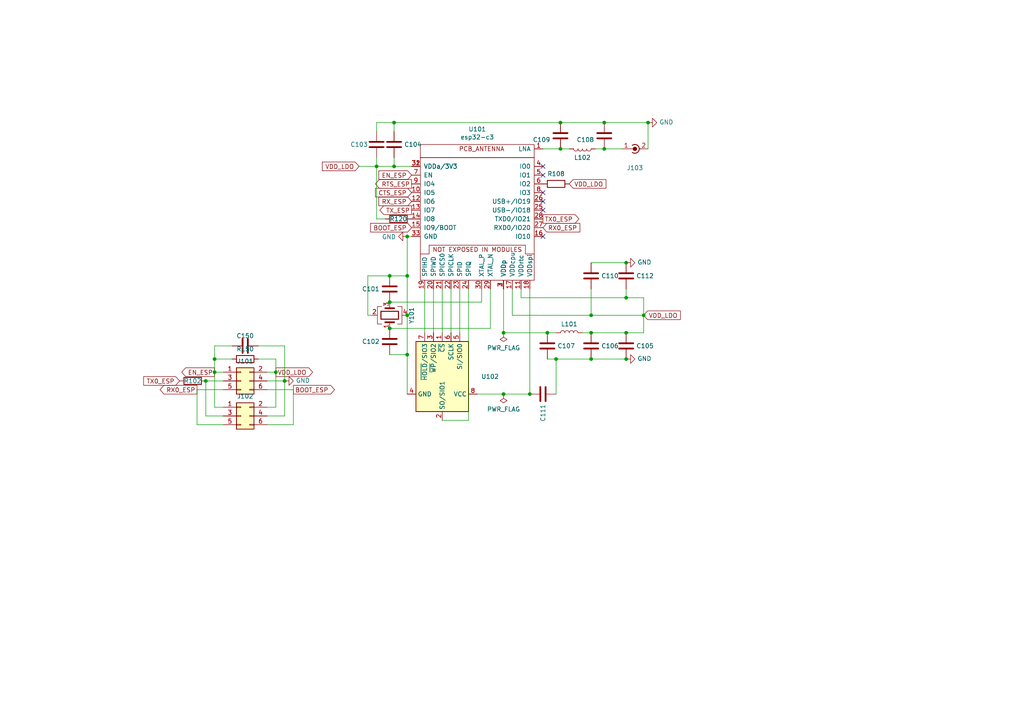
<source format=kicad_sch>
(kicad_sch (version 20211123) (generator eeschema)
  (paper "A4")
  (lib_symbols
    (symbol "Connector:Conn_Coaxial_Power" (pin_names (offset 1.016) hide)
      (property "Reference" "J" (at -5.08 -1.27 90))
      (property "Value" "Conn_Coaxial_Power" (at -3.175 -1.27 90))
      (symbol "Conn_Coaxial_Power_0_1"
        (arc (start -1.27 -1.27) (mid 0 -2.54) (end 1.27 -1.27) (stroke (width 0.254)))
        (arc (start -1.016 -0.508) (mid -1.2048 -0.8684) (end -1.27 -1.27) (stroke (width 0.254)))
        (circle (center 0 -1.27) (radius 0.508) (stroke (width 0.2032)) (fill (type outline)))
        (polyline (pts (xy 0 -2.54) (xy 0 -3.048)))
        (polyline (pts (xy 0 0) (xy 0 -1.27)))
        (arc (start 1.27 -1.27) (mid 1.2048 -0.8684) (end 1.016 -0.508) (stroke (width 0.254)))
      )
      (symbol "Conn_Coaxial_Power_1_1"
        (pin passive line (at 0 2.54 270) (length 2.54) (name "In") (number "1"))
        (pin passive line (at 0 -5.08 90) (length 2.54) (name "Ext") (number "2"))
      )
    )
    (symbol "Connector_Generic:Conn_02x03_Odd_Even" (pin_names (offset 1.016) hide)
      (property "Reference" "J" (at 1.27 5.08 0))
      (property "Value" "Conn_02x03_Odd_Even" (at 1.27 -5.08 0))
      (symbol "Conn_02x03_Odd_Even_1_1"
        (rectangle (start -1.27 -2.413) (end 0 -2.667) (stroke (width 0.1524)))
        (rectangle (start -1.27 0.127) (end 0 -0.127) (stroke (width 0.1524)))
        (rectangle (start -1.27 2.667) (end 0 2.413) (stroke (width 0.1524)))
        (rectangle (start -1.27 3.81) (end 3.81 -3.81) (stroke (width 0.254)) (fill (type background)))
        (rectangle (start 3.81 -2.413) (end 2.54 -2.667) (stroke (width 0.1524)))
        (rectangle (start 3.81 0.127) (end 2.54 -0.127) (stroke (width 0.1524)))
        (rectangle (start 3.81 2.667) (end 2.54 2.413) (stroke (width 0.1524)))
        (pin passive line (at -5.08 2.54 0) (length 3.81) (name "Pin_1") (number "1"))
        (pin passive line (at 7.62 2.54 180) (length 3.81) (name "Pin_2") (number "2"))
        (pin passive line (at -5.08 0 0) (length 3.81) (name "Pin_3") (number "3"))
        (pin passive line (at 7.62 0 180) (length 3.81) (name "Pin_4") (number "4"))
        (pin passive line (at -5.08 -2.54 0) (length 3.81) (name "Pin_5") (number "5"))
        (pin passive line (at 7.62 -2.54 180) (length 3.81) (name "Pin_6") (number "6"))
      )
    )
    (symbol "Device:C" (pin_numbers hide) (pin_names (offset 0.254))
      (property "Reference" "C" (at 0.635 2.54 0))
      (property "Value" "C" (at 0.635 -2.54 0))
      (symbol "C_0_1"
        (polyline (pts (xy -2.032 -0.762) (xy 2.032 -0.762)) (stroke (width 0.508)))
        (polyline (pts (xy -2.032 0.762) (xy 2.032 0.762)) (stroke (width 0.508)))
      )
      (symbol "C_1_1"
        (pin passive line (at 0 3.81 270) (length 2.794) (name "~") (number "1"))
        (pin passive line (at 0 -3.81 90) (length 2.794) (name "~") (number "2"))
      )
    )
    (symbol "Device:Crystal_GND24" (pin_names (offset 1.016) hide)
      (property "Reference" "Y" (at 3.175 5.08 0))
      (property "Value" "Crystal_GND24" (at 3.175 3.175 0))
      (symbol "Crystal_GND24_0_1"
        (rectangle (start -1.143 2.54) (end 1.143 -2.54) (stroke (width 0.3048)))
        (polyline (pts (xy -2.54 0) (xy -2.032 0)))
        (polyline (pts (xy -2.032 -1.27) (xy -2.032 1.27)) (stroke (width 0.508)))
        (polyline (pts (xy 0 -3.81) (xy 0 -3.556)))
        (polyline (pts (xy 0 3.556) (xy 0 3.81)))
        (polyline (pts (xy 2.032 -1.27) (xy 2.032 1.27)) (stroke (width 0.508)))
        (polyline (pts (xy 2.032 0) (xy 2.54 0)))
        (polyline (pts (xy -2.54 -2.286) (xy -2.54 -3.556) (xy 2.54 -3.556) (xy 2.54 -2.286)))
        (polyline (pts (xy -2.54 2.286) (xy -2.54 3.556) (xy 2.54 3.556) (xy 2.54 2.286)))
      )
      (symbol "Crystal_GND24_1_1"
        (pin passive line (at -3.81 0 0) (length 1.27) (name "1") (number "1"))
        (pin passive line (at 0 5.08 270) (length 1.27) (name "2") (number "2"))
        (pin passive line (at 3.81 0 180) (length 1.27) (name "3") (number "3"))
        (pin passive line (at 0 -5.08 90) (length 1.27) (name "4") (number "4"))
      )
    )
    (symbol "Device:L" (pin_numbers hide) (pin_names (offset 1.016) hide)
      (property "Reference" "L" (at -1.27 0 90))
      (property "Value" "L" (at 1.905 0 90))
      (symbol "L_0_1"
        (arc (start 0 -2.54) (mid 0.635 -1.905) (end 0 -1.27))
        (arc (start 0 -1.27) (mid 0.635 -0.635) (end 0 0))
        (arc (start 0 0) (mid 0.635 0.635) (end 0 1.27))
        (arc (start 0 1.27) (mid 0.635 1.905) (end 0 2.54))
      )
      (symbol "L_1_1"
        (pin passive line (at 0 3.81 270) (length 1.27) (name "1") (number "1"))
        (pin passive line (at 0 -3.81 90) (length 1.27) (name "2") (number "2"))
      )
    )
    (symbol "Device:R" (pin_numbers hide) (pin_names (offset 0))
      (property "Reference" "R" (at 2.032 0 90))
      (property "Value" "R" (at 0 0 90))
      (symbol "R_0_1"
        (rectangle (start -1.016 -2.54) (end 1.016 2.54) (stroke (width 0.254)))
      )
      (symbol "R_1_1"
        (pin passive line (at 0 3.81 270) (length 1.27) (name "~") (number "1"))
        (pin passive line (at 0 -3.81 90) (length 1.27) (name "~") (number "2"))
      )
    )
    (symbol "Memory_Flash:MX25R3235FM2xx1"
      (property "Reference" "U" (at -8.89 8.89 0))
      (property "Value" "MX25R3235FM2xx1" (at 15.24 8.89 0))
      (symbol "MX25R3235FM2xx1_1_1"
        (rectangle (start -10.16 7.62) (end 10.16 -7.62) (stroke (width 0.254)) (fill (type background)))
        (pin input line (at -12.7 0 0) (length 2.54) (name "~{CS}") (number "1"))
        (pin bidirectional line (at 12.7 0 180) (length 2.54) (name "SO/SIO1") (number "2"))
        (pin bidirectional line (at -12.7 -2.54 0) (length 2.54) (name "~{WP}/SIO2") (number "3"))
        (pin power_in line (at 5.08 -10.16 90) (length 2.54) (name "GND") (number "4"))
        (pin bidirectional line (at -12.7 5.08 0) (length 2.54) (name "SI/SIO0") (number "5"))
        (pin input line (at -12.7 2.54 0) (length 2.54) (name "SCLK") (number "6"))
        (pin bidirectional line (at -12.7 -5.08 0) (length 2.54) (name "~{HOLD}/SIO3") (number "7"))
        (pin power_in line (at 5.08 10.16 270) (length 2.54) (name "VCC") (number "8"))
      )
    )
    (symbol "esp32-c3:esp32-c3" (pin_names (offset 1.016))
      (property "Reference" "U" (at 0 11.43 0))
      (property "Value" "esp32-c3" (at 1.27 20.32 0))
      (symbol "esp32-c3_0_0"
        (rectangle (start -16.51 15.24) (end 16.51 -20.32))
        (rectangle (start -16.51 15.24) (end 16.51 19.05))
        (polyline (pts (xy 16.51 -12.7) (xy 15.24 -12.7) (xy 13.97 -12.7) (xy 13.97 -10.16) (xy -13.97 -10.16) (xy -13.97 -12.7) (xy -16.51 -12.7)))
        (text "NOT EXPOSED IN MODULES" (at 0 -11.43 0) (effects (font (size 1.27 1.27))))
        (text "PCB_ANTENNA" (at 1.27 17.78 0) (effects (font (size 1.27 1.27))))
      )
      (symbol "esp32-c3_1_1"
        (pin passive line (at 19.05 17.78 180) (length 2.4892) (name "LNA") (number "1"))
        (pin bidirectional line (at -19.05 5.08 0) (length 2.4892) (name "IO5") (number "10"))
        (pin power_in line (at 12.7 -22.86 90) (length 2.4892) (name "VDDrtc") (number "11"))
        (pin bidirectional line (at -19.05 2.54 0) (length 2.4892) (name "IO6") (number "12"))
        (pin bidirectional line (at -19.05 0 0) (length 2.4892) (name "IO7") (number "13"))
        (pin bidirectional line (at -19.05 -2.54 0) (length 2.4892) (name "IO8") (number "14"))
        (pin bidirectional line (at -19.05 -5.08 0) (length 2.4892) (name "IO9/BOOT") (number "15"))
        (pin bidirectional line (at 19.05 -7.62 180) (length 2.4892) (name "IO10") (number "16"))
        (pin power_in line (at 10.16 -22.86 90) (length 2.4892) (name "VDDcpu") (number "17"))
        (pin bidirectional line (at 15.24 -22.86 90) (length 2.4892) (name "VDDspi") (number "18"))
        (pin bidirectional line (at -15.24 -22.86 90) (length 2.4892) (name "SPIHD") (number "19"))
        (pin power_in line (at 7.62 -22.86 90) (length 2.4892) (name "VDDp") (number "2"))
        (pin bidirectional line (at -12.7 -22.86 90) (length 2.4892) (name "SPIWD") (number "20"))
        (pin bidirectional line (at -10.16 -22.86 90) (length 2.4892) (name "SPICS0") (number "21"))
        (pin bidirectional line (at -7.62 -22.86 90) (length 2.4892) (name "SPICLK") (number "22"))
        (pin bidirectional line (at -5.08 -22.86 90) (length 2.4892) (name "SPID") (number "23"))
        (pin bidirectional line (at -2.54 -22.86 90) (length 2.4892) (name "SPIQ") (number "24"))
        (pin bidirectional line (at 19.05 0 180) (length 2.4892) (name "USB-/IO18") (number "25"))
        (pin bidirectional line (at 19.05 2.54 180) (length 2.4892) (name "USB+/IO19") (number "26"))
        (pin bidirectional line (at 19.05 -5.08 180) (length 2.4892) (name "RXD0/IO20") (number "27"))
        (pin bidirectional line (at 19.05 -2.54 180) (length 2.4892) (name "TXD0/IO21") (number "28"))
        (pin output line (at 3.81 -22.86 90) (length 2.4892) (name "XTAL_N") (number "29"))
        (pin power_in line (at 7.62 -22.86 90) (length 2.4892) (name "VDDp") (number "3"))
        (pin input line (at 1.27 -22.86 90) (length 2.4892) (name "XTAL_P") (number "30"))
        (pin power_in line (at -19.05 12.7 0) (length 2.4892) (name "VDDa/3V3") (number "31"))
        (pin power_in line (at -19.05 12.7 0) (length 2.4892) (name "VDDa/3V3") (number "32"))
        (pin power_in line (at -19.05 -7.62 0) (length 2.4892) (name "GND") (number "33"))
        (pin bidirectional line (at 19.05 12.7 180) (length 2.4892) (name "IO0") (number "4"))
        (pin bidirectional line (at 19.05 10.16 180) (length 2.4892) (name "IO1") (number "5"))
        (pin bidirectional line (at 19.05 7.62 180) (length 2.4892) (name "IO2") (number "6"))
        (pin input line (at -19.05 10.16 0) (length 2.4892) (name "EN") (number "7"))
        (pin bidirectional line (at 19.05 5.08 180) (length 2.4892) (name "IO3") (number "8"))
        (pin bidirectional line (at -19.05 7.62 0) (length 2.4892) (name "IO4") (number "9"))
      )
    )
    (symbol "power:GND" (power) (pin_names (offset 0))
      (property "Value" "GND" (at 0 -3.81 0))
      (symbol "GND_0_1"
        (polyline (pts (xy 0 0) (xy 0 -1.27) (xy 1.27 -1.27) (xy 0 -2.54) (xy -1.27 -1.27) (xy 0 -1.27)))
      )
      (symbol "GND_1_1"
        (pin power_in line (at 0 0 270) (length 0) hide (name "GND") (number "1"))
      )
    )
    (symbol "power:PWR_FLAG" (power) (pin_numbers hide) (pin_names (offset 0) hide)
      (property "Value" "PWR_FLAG" (at 0 3.81 0))
      (symbol "PWR_FLAG_0_0"
        (pin power_out line (at 0 0 90) (length 0) (name "pwr") (number "1"))
      )
      (symbol "PWR_FLAG_0_1"
        (polyline (pts (xy 0 0) (xy 0 1.27) (xy -1.016 1.905) (xy 0 2.54) (xy 1.016 1.905) (xy 0 1.27)))
      )
    )
  )
  (junction (at 175.26 43.18))
  (junction (at 181.61 96.52))
  (junction (at 146.05 114.3))
  (junction (at 114.3 35.56))
  (junction (at 109.22 48.26))
  (junction (at 146.05 96.52))
  (junction (at 175.26 35.56))
  (junction (at 118.11 68.58))
  (junction (at 82.55 110.49))
  (junction (at 158.75 96.52))
  (junction (at 171.45 104.14))
  (junction (at 118.11 80.01))
  (junction (at 162.56 43.18))
  (junction (at 113.03 95.25))
  (junction (at 118.11 91.44))
  (junction (at 153.67 114.3))
  (junction (at 162.56 35.56))
  (junction (at 161.29 104.14))
  (junction (at 113.03 87.63))
  (junction (at 113.03 80.01))
  (junction (at 62.23 104.14))
  (junction (at 181.61 86.36))
  (junction (at 59.69 110.49))
  (junction (at 114.3 48.26))
  (junction (at 181.61 104.14))
  (junction (at 187.96 35.56))
  (junction (at 80.01 107.95))
  (junction (at 171.45 96.52))
  (junction (at 181.61 76.2))
  (junction (at 118.11 102.87))
  (junction (at 171.45 91.44))
  (junction (at 186.69 91.44))
  (junction (at 62.23 107.95))
  (no_connect (at 157.48 55.88))
  (no_connect (at 157.48 50.8))
  (no_connect (at 157.48 48.26))
  (no_connect (at 157.48 58.42))
  (no_connect (at 157.48 60.96))
  (no_connect (at 157.48 68.58))
  (wire (pts (xy 111.76 63.5) (xy 109.22 63.5)))
  (wire (pts (xy 181.61 83.82) (xy 181.61 86.36)))
  (wire (pts (xy 114.3 38.1) (xy 114.3 35.56)))
  (wire (pts (xy 118.11 114.3) (xy 118.11 102.87)))
  (wire (pts (xy 74.93 100.33) (xy 82.55 100.33)))
  (wire (pts (xy 106.68 91.44) (xy 106.68 80.01)))
  (wire (pts (xy 171.45 96.52) (xy 181.61 96.52)))
  (wire (pts (xy 64.77 123.19) (xy 57.15 123.19)))
  (wire (pts (xy 158.75 96.52) (xy 146.05 96.52)))
  (wire (pts (xy 161.29 114.3) (xy 161.29 104.14)))
  (wire (pts (xy 171.45 104.14) (xy 161.29 104.14)))
  (wire (pts (xy 186.69 91.44) (xy 186.69 96.52)))
  (wire (pts (xy 123.19 96.52) (xy 123.19 83.82)))
  (wire (pts (xy 85.09 113.03) (xy 85.09 123.19)))
  (wire (pts (xy 114.3 45.72) (xy 114.3 48.26)))
  (wire (pts (xy 104.14 48.26) (xy 109.22 48.26)))
  (wire (pts (xy 82.55 120.65) (xy 77.47 120.65)))
  (wire (pts (xy 62.23 100.33) (xy 67.31 100.33)))
  (wire (pts (xy 181.61 104.14) (xy 171.45 104.14)))
  (wire (pts (xy 171.45 83.82) (xy 171.45 91.44)))
  (wire (pts (xy 57.15 123.19) (xy 57.15 113.03)))
  (wire (pts (xy 135.89 83.82) (xy 135.89 121.92)))
  (wire (pts (xy 64.77 110.49) (xy 59.69 110.49)))
  (wire (pts (xy 118.11 102.87) (xy 118.11 91.44)))
  (wire (pts (xy 157.48 43.18) (xy 162.56 43.18)))
  (wire (pts (xy 109.22 45.72) (xy 109.22 48.26)))
  (wire (pts (xy 139.7 87.63) (xy 139.7 83.82)))
  (wire (pts (xy 148.59 91.44) (xy 171.45 91.44)))
  (wire (pts (xy 181.61 86.36) (xy 186.69 86.36)))
  (wire (pts (xy 67.31 104.14) (xy 62.23 104.14)))
  (wire (pts (xy 175.26 43.18) (xy 180.34 43.18)))
  (wire (pts (xy 146.05 114.3) (xy 138.43 114.3)))
  (wire (pts (xy 114.3 35.56) (xy 162.56 35.56)))
  (wire (pts (xy 172.72 43.18) (xy 175.26 43.18)))
  (wire (pts (xy 187.96 35.56) (xy 187.96 43.18)))
  (wire (pts (xy 151.13 83.82) (xy 151.13 86.36)))
  (wire (pts (xy 106.68 91.44) (xy 107.95 91.44)))
  (wire (pts (xy 77.47 107.95) (xy 80.01 107.95)))
  (wire (pts (xy 64.77 120.65) (xy 59.69 120.65)))
  (wire (pts (xy 113.03 80.01) (xy 118.11 80.01)))
  (wire (pts (xy 161.29 96.52) (xy 158.75 96.52)))
  (wire (pts (xy 74.93 104.14) (xy 80.01 104.14)))
  (wire (pts (xy 118.11 80.01) (xy 118.11 68.58)))
  (wire (pts (xy 77.47 110.49) (xy 82.55 110.49)))
  (wire (pts (xy 153.67 83.82) (xy 153.67 114.3)))
  (wire (pts (xy 77.47 113.03) (xy 85.09 113.03)))
  (wire (pts (xy 113.03 102.87) (xy 118.11 102.87)))
  (wire (pts (xy 130.81 83.82) (xy 130.81 96.52)))
  (wire (pts (xy 146.05 96.52) (xy 146.05 83.82)))
  (wire (pts (xy 171.45 91.44) (xy 186.69 91.44)))
  (wire (pts (xy 181.61 96.52) (xy 186.69 96.52)))
  (wire (pts (xy 168.91 96.52) (xy 171.45 96.52)))
  (wire (pts (xy 114.3 48.26) (xy 119.38 48.26)))
  (wire (pts (xy 186.69 91.44) (xy 186.69 86.36)))
  (wire (pts (xy 106.68 80.01) (xy 113.03 80.01)))
  (wire (pts (xy 62.23 104.14) (xy 62.23 107.95)))
  (wire (pts (xy 113.03 87.63) (xy 139.7 87.63)))
  (wire (pts (xy 109.22 63.5) (xy 109.22 48.26)))
  (wire (pts (xy 118.11 91.44) (xy 118.11 80.01)))
  (wire (pts (xy 161.29 104.14) (xy 158.75 104.14)))
  (wire (pts (xy 82.55 100.33) (xy 82.55 110.49)))
  (wire (pts (xy 118.11 68.58) (xy 119.38 68.58)))
  (wire (pts (xy 64.77 113.03) (xy 57.15 113.03)))
  (wire (pts (xy 64.77 118.11) (xy 62.23 118.11)))
  (wire (pts (xy 62.23 104.14) (xy 62.23 100.33)))
  (wire (pts (xy 133.35 96.52) (xy 133.35 83.82)))
  (wire (pts (xy 109.22 38.1) (xy 109.22 35.56)))
  (wire (pts (xy 148.59 83.82) (xy 148.59 91.44)))
  (wire (pts (xy 142.24 95.25) (xy 113.03 95.25)))
  (wire (pts (xy 62.23 118.11) (xy 62.23 107.95)))
  (wire (pts (xy 171.45 76.2) (xy 181.61 76.2)))
  (wire (pts (xy 128.27 96.52) (xy 128.27 83.82)))
  (wire (pts (xy 64.77 107.95) (xy 62.23 107.95)))
  (wire (pts (xy 109.22 35.56) (xy 114.3 35.56)))
  (wire (pts (xy 135.89 121.92) (xy 128.27 121.92)))
  (wire (pts (xy 80.01 104.14) (xy 80.01 107.95)))
  (wire (pts (xy 59.69 120.65) (xy 59.69 110.49)))
  (wire (pts (xy 142.24 83.82) (xy 142.24 95.25)))
  (wire (pts (xy 80.01 107.95) (xy 80.01 118.11)))
  (wire (pts (xy 82.55 110.49) (xy 82.55 120.65)))
  (wire (pts (xy 151.13 86.36) (xy 181.61 86.36)))
  (wire (pts (xy 162.56 35.56) (xy 175.26 35.56)))
  (wire (pts (xy 125.73 83.82) (xy 125.73 96.52)))
  (wire (pts (xy 162.56 43.18) (xy 165.1 43.18)))
  (wire (pts (xy 109.22 48.26) (xy 114.3 48.26)))
  (wire (pts (xy 80.01 118.11) (xy 77.47 118.11)))
  (wire (pts (xy 175.26 35.56) (xy 187.96 35.56)))
  (wire (pts (xy 85.09 123.19) (xy 77.47 123.19)))
  (wire (pts (xy 153.67 114.3) (xy 146.05 114.3)))
  (global_label "EN_ESP" (shape output) (at 62.23 107.95 180) (property "Intersheet References" "${INTERSHEET_REFS}" (effects hide)))
  (global_label "RX0_ESP" (shape input) (at 157.48 66.04 0) (property "Intersheet References" "${INTERSHEET_REFS}" (effects hide)))
  (global_label "TX0_ESP" (shape output) (at 157.48 63.5 0) (property "Intersheet References" "${INTERSHEET_REFS}" (effects hide)))
  (global_label "VDD_LDO" (shape input) (at 165.1 53.34 0) (property "Intersheet References" "${INTERSHEET_REFS}" (effects hide)))
  (global_label "VDD_LDO" (shape input) (at 186.69 91.44 0) (property "Intersheet References" "${INTERSHEET_REFS}" (effects hide)))
  (global_label "TX_ESP" (shape output) (at 119.38 60.96 180) (property "Intersheet References" "${INTERSHEET_REFS}" (effects hide)))
  (global_label "CTS_ESP" (shape input) (at 119.38 55.88 180) (property "Intersheet References" "${INTERSHEET_REFS}" (effects hide)))
  (global_label "BOOT_ESP" (shape input) (at 119.38 66.04 180) (property "Intersheet References" "${INTERSHEET_REFS}" (effects hide)))
  (global_label "RX_ESP" (shape input) (at 119.38 58.42 180) (property "Intersheet References" "${INTERSHEET_REFS}" (effects hide)))
  (global_label "RX0_ESP" (shape output) (at 57.15 113.03 180) (property "Intersheet References" "${INTERSHEET_REFS}" (effects hide)))
  (global_label "VDD_LDO" (shape input) (at 104.14 48.26 180) (property "Intersheet References" "${INTERSHEET_REFS}" (effects hide)))
  (global_label "EN_ESP" (shape input) (at 119.38 50.8 180) (property "Intersheet References" "${INTERSHEET_REFS}" (effects hide)))
  (global_label "RTS_ESP" (shape output) (at 119.38 53.34 180) (property "Intersheet References" "${INTERSHEET_REFS}" (effects hide)))
  (global_label "BOOT_ESP" (shape output) (at 85.09 113.03 0) (property "Intersheet References" "${INTERSHEET_REFS}" (effects hide)))
  (global_label "VDD_LDO" (shape output) (at 80.01 107.95 0) (property "Intersheet References" "${INTERSHEET_REFS}" (effects hide)))
  (global_label "TX0_ESP" (shape input) (at 52.07 110.49 180) (property "Intersheet References" "${INTERSHEET_REFS}" (effects hide)))
  (symbol (lib_id "Device:Crystal_GND24") (at 113.03 91.44 90)
    (property "Reference" "Y101" (at 119.38 93.98 0) (effects (justify left)))
    (property "Value" "40MHz, 15pF, 10ppm" (effects hide))
    (property "Footprint" "Crystal:Crystal_SMD_3225-4Pin_3.2x2.5mm" (effects hide))
    (property "LCSC" "C90935" (effects hide))
  )
  (symbol (lib_id "Device:C") (at 113.03 83.82 180)
    (property "Reference" "C101" (at 110.109 83.82 0) (effects (justify left)))
    (property "Value" "20pF" (effects hide))
    (property "Footprint" "Capacitor_SMD:C_0402_1005Metric_Pad0.74x0.62mm_HandSolder" (effects hide))
    (property "LCSC" "C1554" (effects hide))
  )
  (symbol (lib_id "Device:C") (at 113.03 99.06 0)
    (property "Reference" "C102" (at 110.109 99.06 0) (effects (justify right)))
    (property "Value" "20pF" (effects hide))
    (property "Footprint" "Capacitor_SMD:C_0402_1005Metric_Pad0.74x0.62mm_HandSolder" (effects hide))
    (property "LCSC" "C1554" (effects hide))
  )
  (symbol (lib_id "Device:C") (at 114.3 41.91 0)
    (property "Reference" "C104" (at 117.221 41.91 0) (effects (justify left)))
    (property "Value" "10nF, 10%" (effects hide))
    (property "Footprint" "Capacitor_SMD:C_0402_1005Metric_Pad0.74x0.62mm_HandSolder" (effects hide))
    (property "LCSC" "C15195" (effects hide))
  )
  (symbol (lib_id "Device:C") (at 109.22 41.91 0)
    (property "Reference" "C103" (at 101.6 41.91 0) (effects (justify left)))
    (property "Value" "1uF, 20%" (effects hide))
    (property "Footprint" "Capacitor_SMD:C_0402_1005Metric_Pad0.74x0.62mm_HandSolder" (effects hide))
    (property "LCSC" "C52923" (effects hide))
  )
  (symbol (lib_id "Device:C") (at 158.75 100.33 0)
    (property "Reference" "C107" (at 161.671 100.33 0) (effects (justify left)))
    (property "Value" "100nF, X7R, 10%" (effects hide))
    (property "Footprint" "Capacitor_SMD:C_0402_1005Metric_Pad0.74x0.62mm_HandSolder" (effects hide))
    (property "LCSC" "C1525" (effects hide))
  )
  (symbol (lib_id "Device:C") (at 181.61 80.01 0)
    (property "Reference" "C112" (at 184.531 80.01 0) (effects (justify left)))
    (property "Value" "100nF, X7R, 10%" (effects hide))
    (property "Footprint" "Capacitor_SMD:C_0402_1005Metric_Pad0.74x0.62mm_HandSolder" (effects hide))
    (property "LCSC" "C1525" (effects hide))
  )
  (symbol (lib_id "Device:C") (at 171.45 100.33 0)
    (property "Reference" "C106" (at 174.371 100.33 0) (effects (justify left)))
    (property "Value" "100nF, X7R, 10%" (effects hide))
    (property "Footprint" "Capacitor_SMD:C_0402_1005Metric_Pad0.74x0.62mm_HandSolder" (effects hide))
    (property "LCSC" "C1525" (effects hide))
  )
  (symbol (lib_id "Device:C") (at 181.61 100.33 0)
    (property "Reference" "C105" (at 184.531 100.33 0) (effects (justify left)))
    (property "Value" "10uF, 20%" (effects hide))
    (property "Footprint" "Capacitor_SMD:C_0402_1005Metric_Pad0.74x0.62mm_HandSolder" (effects hide))
    (property "LCSC" "C15525" (effects hide))
  )
  (symbol (lib_id "Device:L") (at 165.1 96.52 90)
    (property "Reference" "L101" (at 165.1 94.0054 90))
    (property "Value" "2.0nH, (0.1nH), 450mA" (effects hide))
    (property "Footprint" "Inductor_SMD:L_0402_1005Metric_Pad0.77x0.64mm_HandSolder" (effects hide))
    (property "LCSC" "C87176" (effects hide))
  )
  (symbol (lib_id "Device:C") (at 171.45 80.01 0)
    (property "Reference" "C110" (at 174.371 80.01 0) (effects (justify left)))
    (property "Value" "100nF, X7R, 10%" (effects hide))
    (property "Footprint" "Capacitor_SMD:C_0402_1005Metric_Pad0.74x0.62mm_HandSolder" (effects hide))
    (property "LCSC" "C1525" (effects hide))
  )
  (symbol (lib_id "Device:C") (at 157.48 114.3 270)
    (property "Reference" "C111" (at 157.48 117.221 0) (effects (justify left)))
    (property "Value" "1uF, 20%" (effects hide))
    (property "Footprint" "Capacitor_SMD:C_0402_1005Metric_Pad0.74x0.62mm_HandSolder" (effects hide))
    (property "LCSC" "C29266" (effects hide))
  )
  (symbol (lib_id "Device:R") (at 55.88 110.49 270)
    (property "Reference" "R102" (at 55.88 110.49 90))
    (property "Value" "499R, 1%, 1/20W" (effects hide))
    (property "Footprint" "Resistor_SMD:R_0402_1005Metric_Pad0.72x0.64mm_HandSolder" (effects hide))
    (property "LCSC" "C57982" (effects hide))
  )
  (symbol (lib_id "Device:C") (at 175.26 39.37 180)
    (property "Reference" "C108" (at 172.339 40.5384 0) (effects (justify left)))
    (property "Value" "2.0pF" (effects hide))
    (property "Footprint" "Capacitor_SMD:C_0402_1005Metric_Pad0.74x0.62mm_HandSolder" (effects hide))
    (property "LCSC" "C1558" (effects hide))
  )
  (symbol (lib_id "Device:C") (at 162.56 39.37 180)
    (property "Reference" "C109" (at 159.639 40.5384 0) (effects (justify left)))
    (property "Value" "1.5pF" (effects hide))
    (property "Footprint" "Capacitor_SMD:C_0402_1005Metric_Pad0.74x0.62mm_HandSolder" (effects hide))
    (property "LCSC" "C23967" (effects hide))
  )
  (symbol (lib_id "Device:L") (at 168.91 43.18 270)
    (property "Reference" "L102" (at 168.91 45.6946 90))
    (property "Value" "3.9nH" (effects hide))
    (property "Footprint" "Inductor_SMD:L_0402_1005Metric_Pad0.77x0.64mm_HandSolder" (effects hide))
    (property "LCSC" "C14033" (effects hide))
  )
  (symbol (lib_id "Connector:Conn_Coaxial_Power") (at 182.88 43.18 90)
    (property "Reference" "J103" (at 184.15 48.6918 90))
    (property "Value" "Conn_Coaxial" (effects hide))
    (property "Footprint" "SMA_EdgeMount:SMA_EdgeMount" (effects hide))
  )
  (symbol (lib_id "Connector_Generic:Conn_02x03_Odd_Even") (at 69.85 110.49 0)
    (property "Reference" "J101" (at 71.12 104.775 0))
    (property "Value" "Conn_02x03_Odd_Even" (effects hide))
    (property "Footprint" "Connector:Tag-Connect_TC2030-IDC-NL_2x03_P1.27mm_Vertical" (effects hide))
  )
  (symbol (lib_id "power:GND") (at 187.96 35.56 90)
    (property "Reference" "#PWR0106" (effects hide))
    (property "Value" "GND" (at 191.2112 35.433 90) (effects (justify right)))
  )
  (symbol (lib_id "Device:R") (at 71.12 104.14 270)
    (property "Reference" "R150" (at 71.12 101.219 90))
    (property "Value" "10k, 1%" (effects hide))
    (property "Footprint" "Resistor_SMD:R_0402_1005Metric_Pad0.72x0.64mm_HandSolder" (effects hide))
    (property "LCSC" "C25744" (effects hide))
  )
  (symbol (lib_id "Device:C") (at 71.12 100.33 90)
    (property "Reference" "C150" (at 71.12 97.409 90))
    (property "Value" "1uF, 20%" (effects hide))
    (property "Footprint" "Capacitor_SMD:C_0402_1005Metric_Pad0.74x0.62mm_HandSolder" (effects hide))
    (property "LCSC" "C52923" (effects hide))
  )
  (symbol (lib_id "power:GND") (at 82.55 110.49 90)
    (property "Reference" "#PWR0107" (effects hide))
    (property "Value" "GND" (at 85.8012 110.363 90) (effects (justify right)))
  )
  (symbol (lib_id "Connector_Generic:Conn_02x03_Odd_Even") (at 69.85 120.65 0) (unit 1)
    (property "Reference" "J102" (at 71.12 114.935 0))
    (property "Value" "Conn_02x03_Odd_Even" (effects hide))
    (property "Footprint" "Connector_PinHeader_1.27mm:PinHeader_2x03_P1.27mm_Vertical" (effects hide))
  )
  (symbol (lib_id "esp32-c3:esp32-c3") (at 138.43 60.96 0) (unit 1)
    (property "Reference" "U101" (at 138.43 37.465 0))
    (property "Value" "esp32-c3" (at 138.43 39.7764 0))
    (property "Footprint" "Package_DFN_QFN:QFN-32-1EP_5x5mm_P0.5mm_EP3.7x3.7mm" (effects hide))
    (property "Datasheet" "https://www.espressif.com/sites/default/files/documentation/esp32-c3_datasheet_en.pdf" (effects hide))
    (property "LCSC" "C2838500" (effects hide))
  )
  (symbol (lib_id "power:GND") (at 181.61 76.2 90)
    (property "Reference" "#PWR0105" (effects hide))
    (property "Value" "GND" (at 184.8612 76.073 90) (effects (justify right)))
  )
  (symbol (lib_id "power:GND") (at 181.61 104.14 90)
    (property "Reference" "#PWR0111" (effects hide))
    (property "Value" "GND" (at 184.8612 104.013 90) (effects (justify right)))
  )
  (symbol (lib_id "power:PWR_FLAG") (at 146.05 96.52 180) (unit 1)
    (property "Reference" "#FLG0101" (effects hide))
    (property "Value" "PWR_FLAG" (at 146.05 100.9142 0))
  )
  (symbol (lib_id "power:PWR_FLAG") (at 146.05 114.3 180) (unit 1)
    (property "Reference" "#FLG0105" (effects hide))
    (property "Value" "PWR_FLAG" (at 146.05 118.6942 0))
  )
  (symbol (lib_id "Memory_Flash:MX25R3235FM2xx1") (at 128.27 109.22 270) (unit 1)
    (property "Reference" "U102" (at 139.5476 109.22 90) (effects (justify left)))
    (property "Value" "MX25R3235FM2xx1" (effects hide))
    (property "Footprint" "Package_SO:SOP-8_5.28x5.23mm_P1.27mm" (effects hide))
    (property "Datasheet" "http://www.macronix.com/Lists/Datasheet/Attachments/7534/MX25R3235F,%20Wide%20Range,%2032Mb,%20v1.6.pdf" (effects hide))
    (property "LCSC" "C18192" (effects hide))
  )
  (symbol (lib_id "power:GND") (at 118.11 68.58 270)
    (property "Reference" "#PWR0104" (effects hide))
    (property "Value" "GND" (at 114.8588 68.707 90) (effects (justify right)))
  )
  (symbol (lib_id "Device:R") (at 161.29 53.34 270)
    (property "Reference" "R108" (at 161.29 50.419 90))
    (property "Value" "10k, 1%" (effects hide))
    (property "Footprint" "Resistor_SMD:R_0402_1005Metric_Pad0.72x0.64mm_HandSolder" (effects hide))
    (property "LCSC" "C25744" (effects hide))
  )
  (symbol (lib_id "Device:R") (at 115.57 63.5 270)
    (property "Reference" "R120" (at 115.57 63.5 90))
    (property "Value" "10k, 1%" (effects hide))
    (property "Footprint" "Resistor_SMD:R_0402_1005Metric_Pad0.72x0.64mm_HandSolder" (effects hide))
    (property "LCSC" "C25744" (effects hide))
  )
)
</source>
